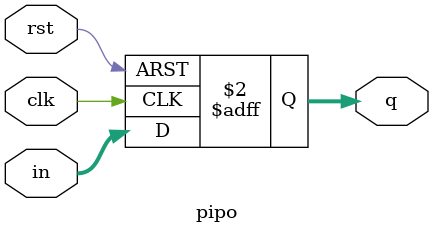
<source format=v>
module pipo (
	input [3:0]in,
	input clk,rst,
	output  reg [3:0]q);
always@(posedge clk or posedge rst)
begin
if (rst)
q<= 4'b0000;
else
q<= in;
end
endmodule


</source>
